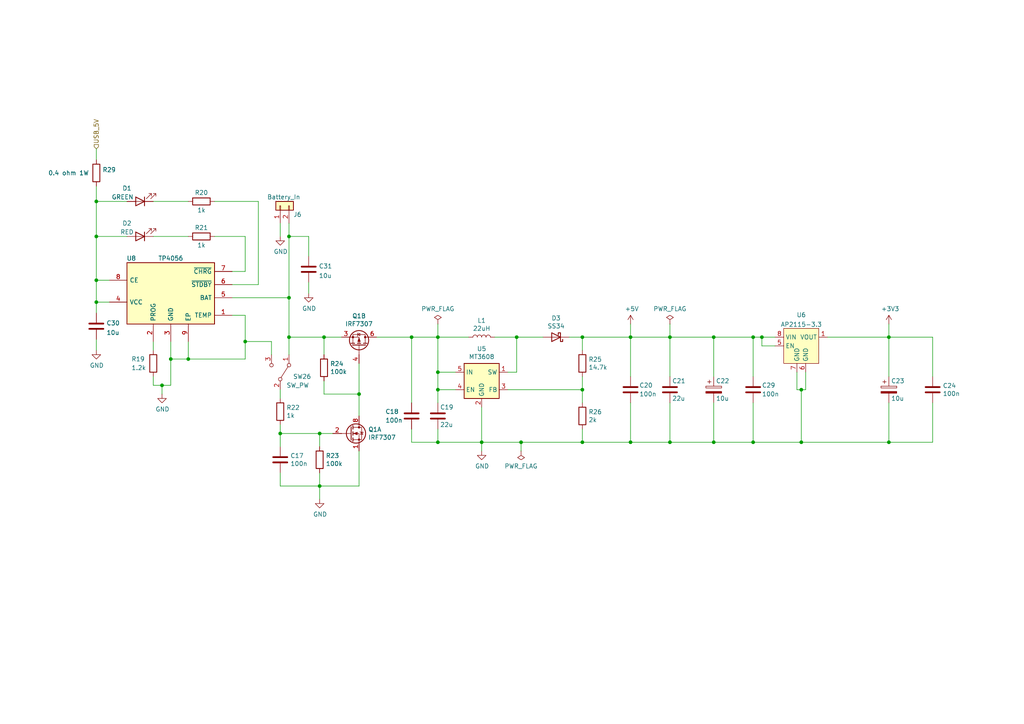
<source format=kicad_sch>
(kicad_sch (version 20211123) (generator eeschema)
  (paper "A4")
  (lib_symbols
    (symbol "Connector_Generic:Conn_01x02" (pin_names (offset 1.016) hide)
      (property "Reference" "J" (at 0 2.54 0))
      (property "Value" "Conn_01x02" (at 0 -5.08 0))
      (symbol "Conn_01x02_1_1"
        (rectangle (start -1.27 -2.413) (end 0 -2.667) (stroke (width 0.1524)))
        (rectangle (start -1.27 0.127) (end 0 -0.127) (stroke (width 0.1524)))
        (rectangle (start -1.27 1.27) (end 1.27 -3.81) (stroke (width 0.254)) (fill (type background)))
        (pin passive line (at -5.08 0 0) (length 3.81) (name "Pin_1") (number "1"))
        (pin passive line (at -5.08 -2.54 0) (length 3.81) (name "Pin_2") (number "2"))
      )
    )
    (symbol "Device:C" (pin_numbers hide) (pin_names (offset 0.254))
      (property "Reference" "C" (at 0.635 2.54 0))
      (property "Value" "C" (at 0.635 -2.54 0))
      (symbol "C_0_1"
        (polyline (pts (xy -2.032 -0.762) (xy 2.032 -0.762)) (stroke (width 0.508)))
        (polyline (pts (xy -2.032 0.762) (xy 2.032 0.762)) (stroke (width 0.508)))
      )
      (symbol "C_1_1"
        (pin passive line (at 0 3.81 270) (length 2.794) (name "~") (number "1"))
        (pin passive line (at 0 -3.81 90) (length 2.794) (name "~") (number "2"))
      )
    )
    (symbol "Device:C_Polarized" (pin_numbers hide) (pin_names (offset 0.254))
      (property "Reference" "C" (at 0.635 2.54 0))
      (property "Value" "C_Polarized" (at 0.635 -2.54 0))
      (symbol "C_Polarized_0_1"
        (rectangle (start -2.286 0.508) (end 2.286 1.016))
        (polyline (pts (xy -1.778 2.286) (xy -0.762 2.286)))
        (polyline (pts (xy -1.27 2.794) (xy -1.27 1.778)))
        (rectangle (start 2.286 -0.508) (end -2.286 -1.016) (fill (type outline)))
      )
      (symbol "C_Polarized_1_1"
        (pin passive line (at 0 3.81 270) (length 2.794) (name "~") (number "1"))
        (pin passive line (at 0 -3.81 90) (length 2.794) (name "~") (number "2"))
      )
    )
    (symbol "Device:D_Schottky" (pin_numbers hide) (pin_names (offset 1.016) hide)
      (property "Reference" "D" (at 0 2.54 0))
      (property "Value" "D_Schottky" (at 0 -2.54 0))
      (symbol "D_Schottky_0_1"
        (polyline (pts (xy 1.27 0) (xy -1.27 0)))
        (polyline (pts (xy 1.27 1.27) (xy 1.27 -1.27) (xy -1.27 0) (xy 1.27 1.27)) (stroke (width 0.254)))
        (polyline (pts (xy -1.905 0.635) (xy -1.905 1.27) (xy -1.27 1.27) (xy -1.27 -1.27) (xy -0.635 -1.27) (xy -0.635 -0.635)) (stroke (width 0.254)))
      )
      (symbol "D_Schottky_1_1"
        (pin passive line (at -3.81 0 0) (length 2.54) (name "K") (number "1"))
        (pin passive line (at 3.81 0 180) (length 2.54) (name "A") (number "2"))
      )
    )
    (symbol "Device:L" (pin_numbers hide) (pin_names (offset 1.016) hide)
      (property "Reference" "L" (at -1.27 0 90))
      (property "Value" "L" (at 1.905 0 90))
      (symbol "L_0_1"
        (arc (start 0 -2.54) (mid 0.635 -1.905) (end 0 -1.27))
        (arc (start 0 -1.27) (mid 0.635 -0.635) (end 0 0))
        (arc (start 0 0) (mid 0.635 0.635) (end 0 1.27))
        (arc (start 0 1.27) (mid 0.635 1.905) (end 0 2.54))
      )
      (symbol "L_1_1"
        (pin passive line (at 0 3.81 270) (length 1.27) (name "1") (number "1"))
        (pin passive line (at 0 -3.81 90) (length 1.27) (name "2") (number "2"))
      )
    )
    (symbol "Device:LED" (pin_numbers hide) (pin_names (offset 1.016) hide)
      (property "Reference" "D" (at 0 2.54 0))
      (property "Value" "LED" (at 0 -2.54 0))
      (symbol "LED_0_1"
        (polyline (pts (xy -1.27 -1.27) (xy -1.27 1.27)) (stroke (width 0.254)))
        (polyline (pts (xy -1.27 0) (xy 1.27 0)))
        (polyline (pts (xy 1.27 -1.27) (xy 1.27 1.27) (xy -1.27 0) (xy 1.27 -1.27)) (stroke (width 0.254)))
        (polyline (pts (xy -3.048 -0.762) (xy -4.572 -2.286) (xy -3.81 -2.286) (xy -4.572 -2.286) (xy -4.572 -1.524)))
        (polyline (pts (xy -1.778 -0.762) (xy -3.302 -2.286) (xy -2.54 -2.286) (xy -3.302 -2.286) (xy -3.302 -1.524)))
      )
      (symbol "LED_1_1"
        (pin passive line (at -3.81 0 0) (length 2.54) (name "K") (number "1"))
        (pin passive line (at 3.81 0 180) (length 2.54) (name "A") (number "2"))
      )
    )
    (symbol "Device:R" (pin_numbers hide) (pin_names (offset 0))
      (property "Reference" "R" (at 2.032 0 90))
      (property "Value" "R" (at 0 0 90))
      (symbol "R_0_1"
        (rectangle (start -1.016 -2.54) (end 1.016 2.54) (stroke (width 0.254)))
      )
      (symbol "R_1_1"
        (pin passive line (at 0 3.81 270) (length 1.27) (name "~") (number "1"))
        (pin passive line (at 0 -3.81 90) (length 1.27) (name "~") (number "2"))
      )
    )
    (symbol "Esp_Console:AP2115-3.3"
      (property "Reference" "U" (at 5.08 -6.35 0))
      (property "Value" "AP2115-3.3" (at 0 6.35 0))
      (symbol "AP2115-3.3_0_1"
        (rectangle (start -5.08 5.08) (end 5.08 -5.08) (stroke (width 0.1524)) (fill (type background)))
      )
      (symbol "AP2115-3.3_1_1"
        (pin power_out line (at 7.62 2.54 180) (length 2.54) (name "VOUT") (number "1"))
        (pin no_connect line (at 7.62 1.27 180) (length 2.54) hide (name "NC") (number "2"))
        (pin no_connect line (at 7.62 -1.27 180) (length 2.54) hide (name "NC") (number "3"))
        (pin no_connect line (at 7.62 -3.81 180) (length 2.54) hide (name "NC") (number "4"))
        (pin input line (at -7.62 0 0) (length 2.54) (name "EN") (number "5"))
        (pin passive line (at 1.27 -7.62 90) (length 2.54) (name "GND") (number "6"))
        (pin passive line (at -1.27 -7.62 90) (length 2.54) (name "GND") (number "7"))
        (pin power_in line (at -7.62 2.54 0) (length 2.54) (name "VIN") (number "8"))
      )
    )
    (symbol "Esp_Console:TP4056" (pin_names (offset 0.762))
      (property "Reference" "J" (at 31.75 7.62 0))
      (property "Value" "TP4056" (at 31.75 5.08 0))
      (symbol "TP4056_0_0"
        (pin passive line (at 35.56 -12.7 180) (length 5.08) (name "TEMP") (number "1"))
        (pin passive line (at 12.7 -20.32 90) (length 5.08) (name "PROG") (number "2"))
        (pin passive line (at 17.78 -20.32 90) (length 5.08) (name "GND") (number "3"))
        (pin passive line (at 0 -8.89 0) (length 5.08) (name "VCC") (number "4"))
        (pin passive line (at 35.56 -7.62 180) (length 5.08) (name "BAT") (number "5"))
        (pin passive line (at 35.56 -3.81 180) (length 5.08) (name "~{STDBY}") (number "6"))
        (pin passive line (at 35.56 0 180) (length 5.08) (name "~{CHRG}") (number "7"))
        (pin passive line (at 0 -2.54 0) (length 5.08) (name "CE") (number "8"))
      )
      (symbol "TP4056_0_1"
        (polyline (pts (xy 5.08 2.54) (xy 30.48 2.54) (xy 30.48 -15.24) (xy 5.08 -15.24) (xy 5.08 2.54)) (stroke (width 0.254)) (fill (type background)))
      )
      (symbol "TP4056_1_1"
        (pin passive line (at 22.86 -20.32 90) (length 5.08) (name "EP") (number "9"))
      )
    )
    (symbol "Regulator_Switching:MT3608"
      (property "Reference" "U" (at -2.54 8.89 0))
      (property "Value" "MT3608" (at -3.81 6.35 0))
      (symbol "MT3608_0_1"
        (rectangle (start -5.08 5.08) (end 5.08 -5.08) (stroke (width 0.254)) (fill (type background)))
      )
      (symbol "MT3608_1_1"
        (pin passive line (at 7.62 2.54 180) (length 2.54) (name "SW") (number "1"))
        (pin power_in line (at 0 -7.62 90) (length 2.54) (name "GND") (number "2"))
        (pin input line (at 7.62 -2.54 180) (length 2.54) (name "FB") (number "3"))
        (pin input line (at -7.62 -2.54 0) (length 2.54) (name "EN") (number "4"))
        (pin power_in line (at -7.62 2.54 0) (length 2.54) (name "IN") (number "5"))
        (pin no_connect line (at 5.08 0 180) (length 2.54) hide (name "NC") (number "6"))
      )
    )
    (symbol "Switch:SW_SPDT" (pin_names (offset 0) hide)
      (property "Reference" "SW" (at 0 4.318 0))
      (property "Value" "SW_SPDT" (at 0 -5.08 0))
      (symbol "SW_SPDT_0_0"
        (circle (center -2.032 0) (radius 0.508))
        (circle (center 2.032 -2.54) (radius 0.508))
      )
      (symbol "SW_SPDT_0_1"
        (polyline (pts (xy -1.524 0.254) (xy 1.651 2.286)))
        (circle (center 2.032 2.54) (radius 0.508))
      )
      (symbol "SW_SPDT_1_1"
        (pin passive line (at 5.08 2.54 180) (length 2.54) (name "A") (number "1"))
        (pin passive line (at -5.08 0 0) (length 2.54) (name "B") (number "2"))
        (pin passive line (at 5.08 -2.54 180) (length 2.54) (name "C") (number "3"))
      )
    )
    (symbol "Transistor_FET:IRF7309IPBF" (pin_names hide)
      (property "Reference" "Q" (at 5.08 1.905 0))
      (property "Value" "IRF7309IPBF" (at 5.08 0 0))
      (symbol "IRF7309IPBF_0_1"
        (polyline (pts (xy 0.254 0) (xy -2.54 0)))
        (polyline (pts (xy 0.254 1.905) (xy 0.254 -1.905)) (stroke (width 0.254)))
        (polyline (pts (xy 0.762 -1.27) (xy 0.762 -2.286)) (stroke (width 0.254)))
        (polyline (pts (xy 0.762 0.508) (xy 0.762 -0.508)) (stroke (width 0.254)))
        (polyline (pts (xy 0.762 2.286) (xy 0.762 1.27)) (stroke (width 0.254)))
        (polyline (pts (xy 2.54 2.54) (xy 2.54 1.778)))
        (polyline (pts (xy 2.54 -2.54) (xy 2.54 0) (xy 0.762 0)))
        (polyline (pts (xy 0.762 -1.778) (xy 3.302 -1.778) (xy 3.302 1.778) (xy 0.762 1.778)))
        (circle (center 1.651 0) (radius 2.794) (stroke (width 0.254)))
        (circle (center 2.54 -1.778) (radius 0.254) (fill (type outline)))
        (circle (center 2.54 1.778) (radius 0.254) (fill (type outline)))
      )
      (symbol "IRF7309IPBF_1_1"
        (polyline (pts (xy 1.016 0) (xy 2.032 0.381) (xy 2.032 -0.381) (xy 1.016 0)) (fill (type outline)))
        (polyline (pts (xy 2.794 0.508) (xy 2.921 0.381) (xy 3.683 0.381) (xy 3.81 0.254)))
        (polyline (pts (xy 3.302 0.381) (xy 2.921 -0.254) (xy 3.683 -0.254) (xy 3.302 0.381)))
        (pin passive line (at 2.54 -5.08 90) (length 2.54) (name "S") (number "1"))
        (pin input line (at -5.08 0 0) (length 2.54) (name "G") (number "2"))
        (pin passive line (at 2.54 5.08 270) (length 2.54) hide (name "D") (number "7"))
        (pin passive line (at 2.54 5.08 270) (length 2.54) (name "D") (number "8"))
      )
      (symbol "IRF7309IPBF_2_1"
        (polyline (pts (xy 2.286 0) (xy 1.27 0.381) (xy 1.27 -0.381) (xy 2.286 0)) (fill (type outline)))
        (polyline (pts (xy 2.794 -0.508) (xy 2.921 -0.381) (xy 3.683 -0.381) (xy 3.81 -0.254)))
        (polyline (pts (xy 3.302 -0.381) (xy 2.921 0.254) (xy 3.683 0.254) (xy 3.302 -0.381)))
        (pin passive line (at 2.54 -5.08 90) (length 2.54) (name "1") (number "3"))
        (pin input line (at -5.08 0 0) (length 2.54) (name "G") (number "4"))
        (pin passive line (at 2.54 5.08 270) (length 2.54) hide (name "D") (number "5"))
        (pin passive line (at 2.54 5.08 270) (length 2.54) (name "D") (number "6"))
      )
    )
    (symbol "power:+3.3V" (power) (pin_names (offset 0))
      (property "Value" "+3.3V" (at 0 3.556 0))
      (symbol "+3.3V_0_1"
        (polyline (pts (xy -0.762 1.27) (xy 0 2.54)))
        (polyline (pts (xy 0 0) (xy 0 2.54)))
        (polyline (pts (xy 0 2.54) (xy 0.762 1.27)))
      )
      (symbol "+3.3V_1_1"
        (pin power_in line (at 0 0 90) (length 0) hide (name "+3V3") (number "1"))
      )
    )
    (symbol "power:+5V" (power) (pin_names (offset 0))
      (property "Value" "+5V" (at 0 3.556 0))
      (symbol "+5V_0_1"
        (polyline (pts (xy -0.762 1.27) (xy 0 2.54)))
        (polyline (pts (xy 0 0) (xy 0 2.54)))
        (polyline (pts (xy 0 2.54) (xy 0.762 1.27)))
      )
      (symbol "+5V_1_1"
        (pin power_in line (at 0 0 90) (length 0) hide (name "+5V") (number "1"))
      )
    )
    (symbol "power:GND" (power) (pin_names (offset 0))
      (property "Value" "GND" (at 0 -3.81 0))
      (symbol "GND_0_1"
        (polyline (pts (xy 0 0) (xy 0 -1.27) (xy 1.27 -1.27) (xy 0 -2.54) (xy -1.27 -1.27) (xy 0 -1.27)))
      )
      (symbol "GND_1_1"
        (pin power_in line (at 0 0 270) (length 0) hide (name "GND") (number "1"))
      )
    )
    (symbol "power:PWR_FLAG" (power) (pin_numbers hide) (pin_names (offset 0) hide)
      (property "Value" "PWR_FLAG" (at 0 3.81 0))
      (symbol "PWR_FLAG_0_0"
        (pin power_out line (at 0 0 90) (length 0) (name "pwr") (number "1"))
      )
      (symbol "PWR_FLAG_0_1"
        (polyline (pts (xy 0 0) (xy 0 1.27) (xy -1.016 1.905) (xy 0 2.54) (xy 1.016 1.905) (xy 0 1.27)))
      )
    )
  )
  (junction (at 127 113.03))
  (junction (at 139.7 128.27))
  (junction (at 218.44 97.79))
  (junction (at 71.12 99.06))
  (junction (at 149.86 97.79))
  (junction (at 92.71 125.73))
  (junction (at 207.01 97.79))
  (junction (at 218.44 128.27))
  (junction (at 127 107.95))
  (junction (at 127 128.27))
  (junction (at 119.38 97.79))
  (junction (at 92.71 140.97))
  (junction (at 54.61 104.14))
  (junction (at 220.98 97.79))
  (junction (at 83.82 86.36))
  (junction (at 46.99 111.76))
  (junction (at 27.94 87.63))
  (junction (at 232.41 113.03))
  (junction (at 81.28 125.73))
  (junction (at 207.01 128.27))
  (junction (at 49.53 104.14))
  (junction (at 104.14 114.3))
  (junction (at 232.41 128.27))
  (junction (at 182.88 128.27))
  (junction (at 257.81 128.27))
  (junction (at 27.94 58.42))
  (junction (at 194.31 128.27))
  (junction (at 194.31 97.79))
  (junction (at 83.82 68.58))
  (junction (at 257.81 97.79))
  (junction (at 83.82 97.79))
  (junction (at 27.94 81.28))
  (junction (at 168.91 113.03))
  (junction (at 151.13 128.27))
  (junction (at 27.94 68.58))
  (junction (at 93.98 97.79))
  (junction (at 168.91 97.79))
  (junction (at 182.88 97.79))
  (junction (at 127 97.79))
  (junction (at 168.91 128.27))
  (wire (pts (xy 36.83 68.58) (xy 27.94 68.58)))
  (wire (pts (xy 257.81 97.79) (xy 270.51 97.79)))
  (wire (pts (xy 232.41 113.03) (xy 232.41 128.27)))
  (wire (pts (xy 93.98 110.49) (xy 93.98 114.3)))
  (wire (pts (xy 232.41 113.03) (xy 233.68 113.03)))
  (wire (pts (xy 83.82 64.77) (xy 83.82 68.58)))
  (wire (pts (xy 71.12 99.06) (xy 78.74 99.06)))
  (wire (pts (xy 93.98 102.87) (xy 93.98 97.79)))
  (wire (pts (xy 220.98 100.33) (xy 220.98 97.79)))
  (wire (pts (xy 104.14 130.81) (xy 104.14 140.97)))
  (wire (pts (xy 93.98 114.3) (xy 104.14 114.3)))
  (wire (pts (xy 194.31 97.79) (xy 207.01 97.79)))
  (wire (pts (xy 218.44 128.27) (xy 232.41 128.27)))
  (wire (pts (xy 168.91 113.03) (xy 168.91 116.84)))
  (wire (pts (xy 92.71 125.73) (xy 96.52 125.73)))
  (wire (pts (xy 71.12 68.58) (xy 71.12 78.74)))
  (wire (pts (xy 67.31 91.44) (xy 71.12 91.44)))
  (wire (pts (xy 44.45 111.76) (xy 46.99 111.76)))
  (wire (pts (xy 168.91 97.79) (xy 182.88 97.79)))
  (wire (pts (xy 231.14 113.03) (xy 232.41 113.03)))
  (wire (pts (xy 168.91 101.6) (xy 168.91 97.79)))
  (wire (pts (xy 81.28 123.19) (xy 81.28 125.73)))
  (wire (pts (xy 165.1 97.79) (xy 168.91 97.79)))
  (wire (pts (xy 92.71 125.73) (xy 92.71 129.54)))
  (wire (pts (xy 257.81 116.84) (xy 257.81 128.27)))
  (wire (pts (xy 139.7 118.11) (xy 139.7 128.27)))
  (wire (pts (xy 149.86 97.79) (xy 157.48 97.79)))
  (wire (pts (xy 104.14 140.97) (xy 92.71 140.97)))
  (wire (pts (xy 207.01 97.79) (xy 218.44 97.79)))
  (wire (pts (xy 182.88 97.79) (xy 194.31 97.79)))
  (wire (pts (xy 104.14 105.41) (xy 104.14 114.3)))
  (wire (pts (xy 54.61 99.06) (xy 54.61 104.14)))
  (wire (pts (xy 147.32 107.95) (xy 149.86 107.95)))
  (wire (pts (xy 127 128.27) (xy 139.7 128.27)))
  (wire (pts (xy 218.44 97.79) (xy 218.44 109.22)))
  (wire (pts (xy 182.88 128.27) (xy 194.31 128.27)))
  (wire (pts (xy 168.91 128.27) (xy 182.88 128.27)))
  (wire (pts (xy 194.31 109.22) (xy 194.31 97.79)))
  (wire (pts (xy 81.28 137.16) (xy 81.28 140.97)))
  (wire (pts (xy 104.14 114.3) (xy 104.14 120.65)))
  (wire (pts (xy 71.12 99.06) (xy 71.12 104.14)))
  (wire (pts (xy 151.13 130.81) (xy 151.13 128.27)))
  (wire (pts (xy 89.535 81.915) (xy 89.535 85.09)))
  (wire (pts (xy 231.14 107.95) (xy 231.14 113.03)))
  (wire (pts (xy 207.01 128.27) (xy 218.44 128.27)))
  (wire (pts (xy 54.61 104.14) (xy 49.53 104.14)))
  (wire (pts (xy 71.12 91.44) (xy 71.12 99.06)))
  (wire (pts (xy 46.99 111.76) (xy 49.53 111.76)))
  (wire (pts (xy 224.79 100.33) (xy 220.98 100.33)))
  (wire (pts (xy 194.31 128.27) (xy 207.01 128.27)))
  (wire (pts (xy 119.38 128.27) (xy 127 128.27)))
  (wire (pts (xy 127 116.84) (xy 127 113.03)))
  (wire (pts (xy 67.31 82.55) (xy 74.93 82.55)))
  (wire (pts (xy 240.03 97.79) (xy 257.81 97.79)))
  (wire (pts (xy 119.38 128.27) (xy 119.38 124.46)))
  (wire (pts (xy 83.82 97.79) (xy 93.98 97.79)))
  (wire (pts (xy 27.94 53.975) (xy 27.94 58.42)))
  (wire (pts (xy 270.51 128.27) (xy 257.81 128.27)))
  (wire (pts (xy 220.98 97.79) (xy 224.79 97.79)))
  (wire (pts (xy 127 113.03) (xy 127 107.95)))
  (wire (pts (xy 27.94 87.63) (xy 27.94 90.805)))
  (wire (pts (xy 127 97.79) (xy 119.38 97.79)))
  (wire (pts (xy 27.94 87.63) (xy 31.75 87.63)))
  (wire (pts (xy 81.28 115.57) (xy 81.28 113.03)))
  (wire (pts (xy 92.71 137.16) (xy 92.71 140.97)))
  (wire (pts (xy 119.38 97.79) (xy 119.38 116.84)))
  (wire (pts (xy 27.94 58.42) (xy 27.94 68.58)))
  (wire (pts (xy 194.31 116.84) (xy 194.31 128.27)))
  (wire (pts (xy 127 97.79) (xy 127 107.95)))
  (wire (pts (xy 168.91 124.46) (xy 168.91 128.27)))
  (wire (pts (xy 27.94 81.28) (xy 27.94 87.63)))
  (wire (pts (xy 207.01 97.79) (xy 207.01 109.22)))
  (wire (pts (xy 74.93 58.42) (xy 62.23 58.42)))
  (wire (pts (xy 89.535 74.295) (xy 89.535 68.58)))
  (wire (pts (xy 270.51 97.79) (xy 270.51 109.22)))
  (wire (pts (xy 194.31 93.98) (xy 194.31 97.79)))
  (wire (pts (xy 83.82 102.87) (xy 83.82 97.79)))
  (wire (pts (xy 27.94 98.425) (xy 27.94 101.6)))
  (wire (pts (xy 92.71 144.78) (xy 92.71 140.97)))
  (wire (pts (xy 257.81 97.79) (xy 257.81 109.22)))
  (wire (pts (xy 54.61 58.42) (xy 44.45 58.42)))
  (wire (pts (xy 218.44 116.84) (xy 218.44 128.27)))
  (wire (pts (xy 147.32 113.03) (xy 168.91 113.03)))
  (wire (pts (xy 83.82 97.79) (xy 83.82 86.36)))
  (wire (pts (xy 44.45 101.6) (xy 44.45 99.06)))
  (wire (pts (xy 270.51 116.84) (xy 270.51 128.27)))
  (wire (pts (xy 31.75 81.28) (xy 27.94 81.28)))
  (wire (pts (xy 151.13 128.27) (xy 168.91 128.27)))
  (wire (pts (xy 71.12 104.14) (xy 54.61 104.14)))
  (wire (pts (xy 27.94 68.58) (xy 27.94 81.28)))
  (wire (pts (xy 67.31 86.36) (xy 83.82 86.36)))
  (wire (pts (xy 257.81 93.98) (xy 257.81 97.79)))
  (wire (pts (xy 143.51 97.79) (xy 149.86 97.79)))
  (wire (pts (xy 27.94 43.18) (xy 27.94 46.355)))
  (wire (pts (xy 44.45 109.22) (xy 44.45 111.76)))
  (wire (pts (xy 139.7 128.27) (xy 151.13 128.27)))
  (wire (pts (xy 81.28 125.73) (xy 92.71 125.73)))
  (wire (pts (xy 132.08 107.95) (xy 127 107.95)))
  (wire (pts (xy 92.71 140.97) (xy 81.28 140.97)))
  (wire (pts (xy 83.82 68.58) (xy 83.82 86.36)))
  (wire (pts (xy 127 128.27) (xy 127 124.46)))
  (wire (pts (xy 36.83 58.42) (xy 27.94 58.42)))
  (wire (pts (xy 62.23 68.58) (xy 71.12 68.58)))
  (wire (pts (xy 232.41 128.27) (xy 257.81 128.27)))
  (wire (pts (xy 182.88 116.84) (xy 182.88 128.27)))
  (wire (pts (xy 139.7 128.27) (xy 139.7 130.81)))
  (wire (pts (xy 93.98 97.79) (xy 99.06 97.79)))
  (wire (pts (xy 46.99 111.76) (xy 46.99 114.3)))
  (wire (pts (xy 71.12 78.74) (xy 67.31 78.74)))
  (wire (pts (xy 149.86 107.95) (xy 149.86 97.79)))
  (wire (pts (xy 218.44 97.79) (xy 220.98 97.79)))
  (wire (pts (xy 182.88 109.22) (xy 182.88 97.79)))
  (wire (pts (xy 78.74 99.06) (xy 78.74 102.87)))
  (wire (pts (xy 233.68 113.03) (xy 233.68 107.95)))
  (wire (pts (xy 127 93.98) (xy 127 97.79)))
  (wire (pts (xy 132.08 113.03) (xy 127 113.03)))
  (wire (pts (xy 119.38 97.79) (xy 109.22 97.79)))
  (wire (pts (xy 168.91 109.22) (xy 168.91 113.03)))
  (wire (pts (xy 74.93 82.55) (xy 74.93 58.42)))
  (wire (pts (xy 182.88 97.79) (xy 182.88 93.98)))
  (wire (pts (xy 81.28 125.73) (xy 81.28 129.54)))
  (wire (pts (xy 44.45 68.58) (xy 54.61 68.58)))
  (wire (pts (xy 49.53 104.14) (xy 49.53 111.76)))
  (wire (pts (xy 81.28 68.58) (xy 81.28 64.77)))
  (wire (pts (xy 89.535 68.58) (xy 83.82 68.58)))
  (wire (pts (xy 207.01 116.84) (xy 207.01 128.27)))
  (wire (pts (xy 49.53 104.14) (xy 49.53 99.06)))
  (wire (pts (xy 135.89 97.79) (xy 127 97.79)))
  (hierarchical_label "USB_5V" (shape input) (at 27.94 43.18 90))
  (symbol (lib_id "Esp_Console:TP4056") (at 31.75 78.74 0) (unit 1)
    (property "Reference" "U8" (at 38.1 74.93 0))
    (property "Value" "TP4056" (at 49.53 74.93 0))
    (property "Footprint" "Package_SO:SOIC-8-1EP_3.9x4.9mm_P1.27mm_EP2.29x3mm" (effects hide))
    (property "Datasheet" "https://dlnmh9ip6v2uc.cloudfront.net/datasheets/Prototyping/TP4056.pdf" (effects hide))
    (property "Description" "1A Standalone Linear Li-lon Battery Charger, SOP-8" (effects hide))
    (property "Height" "1.75" (effects hide))
    (property "Manufacturer_Name" "NanJing Top Power" (effects hide))
    (property "Manufacturer_Part_Number" "TP4056" (effects hide))
  )
  (symbol (lib_id "Regulator_Switching:MT3608") (at 139.7 110.49 0) (unit 1)
    (property "Reference" "U5" (at 139.7 101.1682 0))
    (property "Value" "MT3608" (at 139.7 103.4796 0))
    (property "Footprint" "Package_TO_SOT_SMD:SOT-23-6" (effects hide))
    (property "Datasheet" "https://www.olimex.com/Products/Breadboarding/BB-PWR-3608/resources/MT3608.pdf" (effects hide))
  )
  (symbol (lib_id "Device:R") (at 58.42 58.42 270) (unit 1)
    (property "Reference" "R20" (at 58.42 55.88 90))
    (property "Value" "1k" (at 58.42 60.96 90))
    (property "Footprint" "Resistor_SMD:R_0805_2012Metric_Pad1.20x1.40mm_HandSolder" (effects hide))
  )
  (symbol (lib_id "Device:R") (at 58.42 68.58 270) (unit 1)
    (property "Reference" "R21" (at 58.42 66.04 90))
    (property "Value" "1k" (at 58.42 71.12 90))
    (property "Footprint" "Resistor_SMD:R_0805_2012Metric_Pad1.20x1.40mm_HandSolder" (effects hide))
  )
  (symbol (lib_id "Device:LED") (at 40.64 58.42 180) (unit 1)
    (property "Reference" "D1" (at 36.83 54.61 0))
    (property "Value" "GREEN" (at 35.56 57.15 0))
    (property "Footprint" "LED_THT:LED_Rectangular_W5.0mm_H2.0mm" (effects hide))
  )
  (symbol (lib_id "Device:LED") (at 40.64 68.58 180) (unit 1)
    (property "Reference" "D2" (at 36.83 64.77 0))
    (property "Value" "RED" (at 36.83 67.31 0))
    (property "Footprint" "LED_THT:LED_Rectangular_W5.0mm_H2.0mm" (effects hide))
  )
  (symbol (lib_id "power:GND") (at 46.99 114.3 0) (unit 1)
    (property "Reference" "#PWR062" (effects hide))
    (property "Value" "GND" (at 47.117 118.6942 0))
  )
  (symbol (lib_id "Device:R") (at 44.45 105.41 0) (unit 1)
    (property "Reference" "R19" (at 38.1 104.14 0) (effects (justify left)))
    (property "Value" "1.2k" (at 38.1 106.68 0) (effects (justify left)))
    (property "Footprint" "Resistor_SMD:R_0805_2012Metric_Pad1.20x1.40mm_HandSolder" (effects hide))
  )
  (symbol (lib_id "power:GND") (at 139.7 130.81 0) (unit 1)
    (property "Reference" "#PWR065" (effects hide))
    (property "Value" "GND" (at 139.827 135.2042 0))
  )
  (symbol (lib_id "Device:L") (at 139.7 97.79 90) (unit 1)
    (property "Reference" "L1" (at 139.7 92.964 90))
    (property "Value" "22uH" (at 139.7 95.2754 90))
    (property "Footprint" "Inductor_SMD:L_Wuerth_HCI-1040" (effects hide))
  )
  (symbol (lib_id "Device:D_Schottky") (at 161.29 97.79 180) (unit 1)
    (property "Reference" "D3" (at 161.29 92.2782 0))
    (property "Value" "SS34" (at 161.29 94.5896 0))
    (property "Footprint" "Diode_SMD:D_SMC" (effects hide))
  )
  (symbol (lib_id "Device:R") (at 168.91 105.41 0) (unit 1)
    (property "Reference" "R25" (at 170.688 104.2416 0) (effects (justify left)))
    (property "Value" "14.7k" (at 170.688 106.553 0) (effects (justify left)))
    (property "Footprint" "Resistor_SMD:R_0805_2012Metric_Pad1.20x1.40mm_HandSolder" (effects hide))
  )
  (symbol (lib_id "Device:R") (at 168.91 120.65 0) (unit 1)
    (property "Reference" "R26" (at 170.688 119.4816 0) (effects (justify left)))
    (property "Value" "2k" (at 170.688 121.793 0) (effects (justify left)))
    (property "Footprint" "Resistor_SMD:R_0805_2012Metric_Pad1.20x1.40mm_HandSolder" (effects hide))
  )
  (symbol (lib_id "Device:C") (at 194.31 113.03 0) (unit 1)
    (property "Reference" "C21" (at 194.945 110.49 0) (effects (justify left)))
    (property "Value" "22u" (at 194.945 115.57 0) (effects (justify left)))
    (property "Footprint" "Capacitor_Tantalum_SMD:CP_EIA-3528-21_Kemet-B_Pad1.50x2.35mm_HandSolder" (effects hide))
  )
  (symbol (lib_id "Device:C") (at 127 120.65 0) (unit 1)
    (property "Reference" "C19" (at 127.635 118.11 0) (effects (justify left)))
    (property "Value" "22u" (at 127.635 123.19 0) (effects (justify left)))
    (property "Footprint" "Capacitor_Tantalum_SMD:CP_EIA-3528-21_Kemet-B_Pad1.50x2.35mm_HandSolder" (effects hide))
  )
  (symbol (lib_id "Connector_Generic:Conn_01x02") (at 81.28 59.69 90) (unit 1)
    (property "Reference" "J6" (at 85.09 62.23 90) (effects (justify right)))
    (property "Value" "Battery_In" (at 77.47 57.15 90) (effects (justify right)))
    (property "Footprint" "Connector_JST:JST_EH_B2B-EH-A_1x02_P2.50mm_Vertical" (effects hide))
  )
  (symbol (lib_id "power:GND") (at 81.28 68.58 0) (unit 1)
    (property "Reference" "#PWR063" (effects hide))
    (property "Value" "GND" (at 81.407 72.9742 0))
  )
  (symbol (lib_id "power:+5V") (at 182.88 93.98 0) (unit 1)
    (property "Reference" "#PWR066" (effects hide))
    (property "Value" "+5V" (at 183.261 89.5858 0))
  )
  (symbol (lib_id "Device:C_Polarized") (at 207.01 113.03 0) (unit 1)
    (property "Reference" "C22" (at 207.645 110.49 0) (effects (justify left)))
    (property "Value" "10u" (at 207.645 115.57 0) (effects (justify left)))
    (property "Footprint" "Capacitor_Tantalum_SMD:CP_EIA-3528-21_Kemet-B_Pad1.50x2.35mm_HandSolder" (effects hide))
  )
  (symbol (lib_id "Device:C_Polarized") (at 257.81 113.03 0) (unit 1)
    (property "Reference" "C23" (at 258.445 110.49 0) (effects (justify left)))
    (property "Value" "10u" (at 258.445 115.57 0) (effects (justify left)))
    (property "Footprint" "Capacitor_Tantalum_SMD:CP_EIA-3528-21_Kemet-B_Pad1.50x2.35mm_HandSolder" (effects hide))
  )
  (symbol (lib_id "power:+3.3V") (at 257.81 93.98 0) (unit 1)
    (property "Reference" "#PWR067" (effects hide))
    (property "Value" "+3.3V" (at 258.191 89.5858 0))
  )
  (symbol (lib_id "Device:C") (at 270.51 113.03 0) (unit 1)
    (property "Reference" "C24" (at 273.431 111.8616 0) (effects (justify left)))
    (property "Value" "100n" (at 273.431 114.173 0) (effects (justify left)))
    (property "Footprint" "Capacitor_SMD:C_0805_2012Metric_Pad1.18x1.45mm_HandSolder" (effects hide))
  )
  (symbol (lib_id "Device:C") (at 182.88 113.03 0) (unit 1)
    (property "Reference" "C20" (at 185.42 111.76 0) (effects (justify left)))
    (property "Value" "100n" (at 185.42 114.3 0) (effects (justify left)))
    (property "Footprint" "Capacitor_SMD:C_0805_2012Metric_Pad1.18x1.45mm_HandSolder" (effects hide))
  )
  (symbol (lib_id "Device:C") (at 119.38 120.65 0) (unit 1)
    (property "Reference" "C18" (at 111.76 119.38 0) (effects (justify left)))
    (property "Value" "100n" (at 111.76 121.92 0) (effects (justify left)))
    (property "Footprint" "Capacitor_SMD:C_0805_2012Metric_Pad1.18x1.45mm_HandSolder" (effects hide))
  )
  (symbol (lib_id "Transistor_FET:IRF7309IPBF") (at 101.6 125.73 0) (unit 1)
    (property "Reference" "Q1" (at 106.807 124.5616 0) (effects (justify left)))
    (property "Value" "IRF7307" (at 106.807 126.873 0) (effects (justify left)))
    (property "Footprint" "Package_SO:SOIC-8_3.9x4.9mm_P1.27mm" (effects hide))
    (property "Datasheet" "http://www.irf.com/product-info/datasheets/data/irf7309ipbf.pdf" (effects hide))
  )
  (symbol (lib_id "Transistor_FET:IRF7309IPBF") (at 104.14 100.33 270) (mirror x) (unit 2)
    (property "Reference" "Q1" (at 104.14 91.6432 90))
    (property "Value" "IRF7307" (at 104.14 93.9546 90))
    (property "Footprint" "Package_SO:SOIC-8_3.9x4.9mm_P1.27mm" (effects hide))
    (property "Datasheet" "http://www.irf.com/product-info/datasheets/data/irf7309ipbf.pdf" (effects hide))
  )
  (symbol (lib_id "Device:R") (at 93.98 106.68 0) (unit 1)
    (property "Reference" "R24" (at 95.758 105.5116 0) (effects (justify left)))
    (property "Value" "100k" (at 95.758 107.823 0) (effects (justify left)))
    (property "Footprint" "Resistor_SMD:R_0805_2012Metric_Pad1.20x1.40mm_HandSolder" (effects hide))
  )
  (symbol (lib_id "power:GND") (at 92.71 144.78 0) (unit 1)
    (property "Reference" "#PWR064" (effects hide))
    (property "Value" "GND" (at 92.837 149.1742 0))
  )
  (symbol (lib_id "Device:R") (at 81.28 119.38 0) (unit 1)
    (property "Reference" "R22" (at 83.058 118.2116 0) (effects (justify left)))
    (property "Value" "1k" (at 83.058 120.523 0) (effects (justify left)))
    (property "Footprint" "Resistor_SMD:R_0805_2012Metric_Pad1.20x1.40mm_HandSolder" (effects hide))
  )
  (symbol (lib_id "Device:R") (at 92.71 133.35 0) (unit 1)
    (property "Reference" "R23" (at 94.488 132.1816 0) (effects (justify left)))
    (property "Value" "100k" (at 94.488 134.493 0) (effects (justify left)))
    (property "Footprint" "Resistor_SMD:R_0805_2012Metric_Pad1.20x1.40mm_HandSolder" (effects hide))
  )
  (symbol (lib_id "Switch:SW_SPDT") (at 81.28 107.95 270) (mirror x) (unit 1)
    (property "Reference" "SW26" (at 87.63 109.22 90))
    (property "Value" "SW_PW" (at 86.36 111.76 90))
    (property "Footprint" "Button_Switch_THT:SW_CuK_OS102011MA1QN1_SPDT_Angled" (effects hide))
  )
  (symbol (lib_id "power:PWR_FLAG") (at 151.13 130.81 180) (unit 1)
    (property "Reference" "#FLG02" (effects hide))
    (property "Value" "PWR_FLAG" (at 151.13 135.2042 0))
  )
  (symbol (lib_id "Device:C") (at 81.28 133.35 0) (unit 1)
    (property "Reference" "C17" (at 84.201 132.1816 0) (effects (justify left)))
    (property "Value" "100n" (at 84.201 134.493 0) (effects (justify left)))
    (property "Footprint" "Capacitor_SMD:C_0805_2012Metric_Pad1.18x1.45mm_HandSolder" (effects hide))
  )
  (symbol (lib_id "power:PWR_FLAG") (at 194.31 93.98 0) (unit 1)
    (property "Reference" "#FLG03" (effects hide))
    (property "Value" "PWR_FLAG" (at 194.31 89.5858 0))
  )
  (symbol (lib_id "power:PWR_FLAG") (at 127 93.98 0) (unit 1)
    (property "Reference" "#FLG01" (effects hide))
    (property "Value" "PWR_FLAG" (at 127 89.5858 0))
  )
  (symbol (lib_id "power:GND") (at 89.535 85.09 0) (unit 1)
    (property "Reference" "#PWR074" (effects hide))
    (property "Value" "GND" (at 89.662 89.4842 0))
  )
  (symbol (lib_id "Device:R") (at 27.94 50.165 0) (unit 1)
    (property "Reference" "R29" (at 29.718 49.2565 0) (effects (justify left)))
    (property "Value" "0.4 ohm 1W" (at 13.97 50.165 0) (effects (justify left)))
    (property "Footprint" "Resistor_SMD:R_2010_5025Metric" (effects hide))
  )
  (symbol (lib_id "Device:C") (at 218.44 113.03 0) (unit 1)
    (property "Reference" "C29" (at 220.98 111.76 0) (effects (justify left)))
    (property "Value" "100n" (at 220.98 114.3 0) (effects (justify left)))
    (property "Footprint" "Capacitor_SMD:C_0805_2012Metric_Pad1.18x1.45mm_HandSolder" (effects hide))
  )
  (symbol (lib_id "Device:C") (at 89.535 78.105 0) (unit 1)
    (property "Reference" "C31" (at 92.456 77.1965 0) (effects (justify left)))
    (property "Value" "10u" (at 92.456 79.9716 0) (effects (justify left)))
  )
  (symbol (lib_id "Device:C") (at 27.94 94.615 0) (unit 1)
    (property "Reference" "C30" (at 30.861 93.7065 0) (effects (justify left)))
    (property "Value" "10u" (at 30.861 96.4816 0) (effects (justify left)))
  )
  (symbol (lib_id "power:GND") (at 27.94 101.6 0) (unit 1)
    (property "Reference" "#PWR013" (effects hide))
    (property "Value" "GND" (at 28.067 105.9942 0))
  )
  (symbol (lib_id "Esp_Console:AP2115-3.3") (at 232.41 100.33 0) (unit 1)
    (property "Reference" "U6" (at 232.41 91.3343 0))
    (property "Value" "AP2115-3.3" (at 232.41 94.1094 0))
    (property "Footprint" "Package_SO:SO-8_3.9x4.9mm_P1.27mm" (effects hide))
  )
)
</source>
